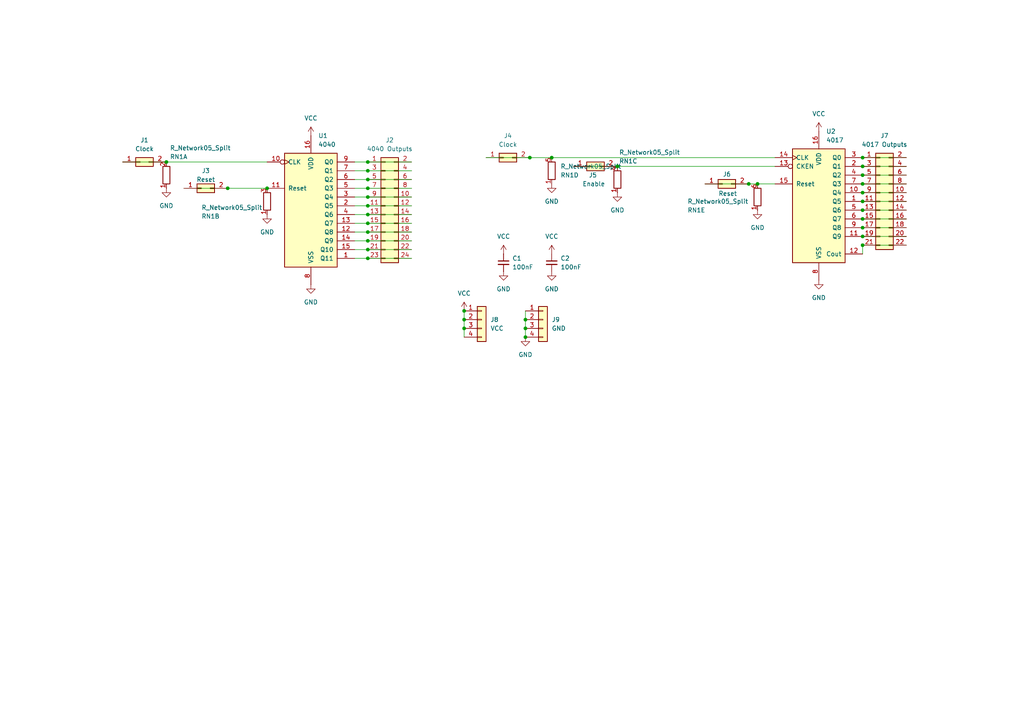
<source format=kicad_sch>
(kicad_sch (version 20250114) (generator "eeschema") (generator_version "9.0")
  (paper "A4")
  (lib_symbols
    (symbol "4xxx:4017" (pin_names (offset 1.016))
      (property "Reference" "U" (at -7.62 16.51 0))
      (property "Value" "4017" (at -7.62 -19.05 0))
      (symbol "4017_1_0"
        (pin input clock (at -12.7 12.7 0) (length 5.08) (name "CLK") (number "14"))
        (pin input inverted (at -12.7 10.16 0) (length 5.08) (name "CKEN") (number "13"))
        (pin input line (at -12.7 5.08 0) (length 5.08) (name "Reset") (number "15"))
        (pin power_in line (at 0 20.32 270) (length 5.08) (name "VDD") (number "16"))
        (pin power_in line (at 0 -22.86 90) (length 5.08) (name "VSS") (number "8"))
        (pin output line (at 12.7 12.7 180) (length 5.08) (name "Q0") (number "3"))
        (pin output line (at 12.7 10.16 180) (length 5.08) (name "Q1") (number "2"))
        (pin output line (at 12.7 7.62 180) (length 5.08) (name "Q2") (number "4"))
        (pin output line (at 12.7 5.08 180) (length 5.08) (name "Q3") (number "7"))
        (pin output line (at 12.7 2.54 180) (length 5.08) (name "Q4") (number "10"))
        (pin output line (at 12.7 0 180) (length 5.08) (name "Q5") (number "1"))
        (pin output line (at 12.7 -2.54 180) (length 5.08) (name "Q6") (number "5"))
        (pin output line (at 12.7 -5.08 180) (length 5.08) (name "Q7") (number "6"))
        (pin output line (at 12.7 -7.62 180) (length 5.08) (name "Q8") (number "9"))
        (pin output line (at 12.7 -10.16 180) (length 5.08) (name "Q9") (number "11"))
        (pin output line (at 12.7 -15.24 180) (length 5.08) (name "Cout") (number "12"))
      )
      (symbol "4017_1_1"
        (rectangle (start -7.62 15.24) (end 7.62 -17.78) (stroke (width 0.254)) (fill (type background)))
      )
    )
    (symbol "4xxx:4040" (pin_names (offset 1.016))
      (property "Reference" "U" (at -7.62 16.51 0))
      (property "Value" "4040" (at -7.62 -19.05 0))
      (symbol "4040_1_0"
        (pin input inverted_clock (at -12.7 12.7 0) (length 5.08) (name "CLK") (number "10"))
        (pin input line (at -12.7 5.08 0) (length 5.08) (name "Reset") (number "11"))
        (pin power_in line (at 0 20.32 270) (length 5.08) (name "VDD") (number "16"))
        (pin power_in line (at 0 -22.86 90) (length 5.08) (name "VSS") (number "8"))
        (pin output line (at 12.7 12.7 180) (length 5.08) (name "Q0") (number "9"))
        (pin output line (at 12.7 10.16 180) (length 5.08) (name "Q1") (number "7"))
        (pin output line (at 12.7 7.62 180) (length 5.08) (name "Q2") (number "6"))
        (pin output line (at 12.7 5.08 180) (length 5.08) (name "Q3") (number "5"))
        (pin output line (at 12.7 2.54 180) (length 5.08) (name "Q4") (number "3"))
        (pin output line (at 12.7 0 180) (length 5.08) (name "Q5") (number "2"))
        (pin output line (at 12.7 -2.54 180) (length 5.08) (name "Q6") (number "4"))
        (pin output line (at 12.7 -5.08 180) (length 5.08) (name "Q7") (number "13"))
        (pin output line (at 12.7 -7.62 180) (length 5.08) (name "Q8") (number "12"))
        (pin output line (at 12.7 -10.16 180) (length 5.08) (name "Q9") (number "14"))
        (pin output line (at 12.7 -12.7 180) (length 5.08) (name "Q10") (number "15"))
        (pin output line (at 12.7 -15.24 180) (length 5.08) (name "Q11") (number "1"))
      )
      (symbol "4040_1_1"
        (rectangle (start -7.62 15.24) (end 7.62 -17.78) (stroke (width 0.254)) (fill (type background)))
      )
    )
    (symbol "Connector_Generic:Conn_01x04" (pin_names (offset 1.016) (hide yes))
      (property "Reference" "J" (at 0 5.08 0))
      (property "Value" "Conn_01x04" (at 0 -7.62 0))
      (symbol "Conn_01x04_1_1"
        (rectangle (start -1.27 3.81) (end 1.27 -6.35) (stroke (width 0.254)) (fill (type background)))
        (rectangle (start -1.27 2.667) (end 0 2.413) (stroke (width 0.1524)))
        (rectangle (start -1.27 0.127) (end 0 -0.127) (stroke (width 0.1524)))
        (rectangle (start -1.27 -2.413) (end 0 -2.667) (stroke (width 0.1524)))
        (rectangle (start -1.27 -4.953) (end 0 -5.207) (stroke (width 0.1524)))
        (pin passive line (at -5.08 2.54 0) (length 3.81) (name "Pin_1") (number "1"))
        (pin passive line (at -5.08 0 0) (length 3.81) (name "Pin_2") (number "2"))
        (pin passive line (at -5.08 -2.54 0) (length 3.81) (name "Pin_3") (number "3"))
        (pin passive line (at -5.08 -5.08 0) (length 3.81) (name "Pin_4") (number "4"))
      )
    )
    (symbol "Connector_Generic:Conn_02x01" (pin_names (offset 1.016) (hide yes))
      (property "Reference" "J" (at 1.27 2.54 0))
      (property "Value" "Conn_02x01" (at 1.27 -2.54 0))
      (symbol "Conn_02x01_1_1"
        (rectangle (start -1.27 1.27) (end 3.81 -1.27) (stroke (width 0.254)) (fill (type background)))
        (rectangle (start -1.27 0.127) (end 0 -0.127) (stroke (width 0.1524)))
        (rectangle (start 3.81 0.127) (end 2.54 -0.127) (stroke (width 0.1524)))
        (pin passive line (at -5.08 0 0) (length 3.81) (name "Pin_1") (number "1"))
        (pin passive line (at 7.62 0 180) (length 3.81) (name "Pin_2") (number "2"))
      )
    )
    (symbol "Connector_Generic:Conn_02x11_Odd_Even" (pin_names (offset 1.016) (hide yes))
      (property "Reference" "J" (at 1.27 15.24 0))
      (property "Value" "Conn_02x11_Odd_Even" (at 1.27 -15.24 0))
      (symbol "Conn_02x11_Odd_Even_1_1"
        (rectangle (start -1.27 13.97) (end 3.81 -13.97) (stroke (width 0.254)) (fill (type background)))
        (rectangle (start -1.27 12.827) (end 0 12.573) (stroke (width 0.1524)))
        (rectangle (start -1.27 10.287) (end 0 10.033) (stroke (width 0.1524)))
        (rectangle (start -1.27 7.747) (end 0 7.493) (stroke (width 0.1524)))
        (rectangle (start -1.27 5.207) (end 0 4.953) (stroke (width 0.1524)))
        (rectangle (start -1.27 2.667) (end 0 2.413) (stroke (width 0.1524)))
        (rectangle (start -1.27 0.127) (end 0 -0.127) (stroke (width 0.1524)))
        (rectangle (start -1.27 -2.413) (end 0 -2.667) (stroke (width 0.1524)))
        (rectangle (start -1.27 -4.953) (end 0 -5.207) (stroke (width 0.1524)))
        (rectangle (start -1.27 -7.493) (end 0 -7.747) (stroke (width 0.1524)))
        (rectangle (start -1.27 -10.033) (end 0 -10.287) (stroke (width 0.1524)))
        (rectangle (start -1.27 -12.573) (end 0 -12.827) (stroke (width 0.1524)))
        (rectangle (start 3.81 12.827) (end 2.54 12.573) (stroke (width 0.1524)))
        (rectangle (start 3.81 10.287) (end 2.54 10.033) (stroke (width 0.1524)))
        (rectangle (start 3.81 7.747) (end 2.54 7.493) (stroke (width 0.1524)))
        (rectangle (start 3.81 5.207) (end 2.54 4.953) (stroke (width 0.1524)))
        (rectangle (start 3.81 2.667) (end 2.54 2.413) (stroke (width 0.1524)))
        (rectangle (start 3.81 0.127) (end 2.54 -0.127) (stroke (width 0.1524)))
        (rectangle (start 3.81 -2.413) (end 2.54 -2.667) (stroke (width 0.1524)))
        (rectangle (start 3.81 -4.953) (end 2.54 -5.207) (stroke (width 0.1524)))
        (rectangle (start 3.81 -7.493) (end 2.54 -7.747) (stroke (width 0.1524)))
        (rectangle (start 3.81 -10.033) (end 2.54 -10.287) (stroke (width 0.1524)))
        (rectangle (start 3.81 -12.573) (end 2.54 -12.827) (stroke (width 0.1524)))
        (pin passive line (at -5.08 12.7 0) (length 3.81) (name "Pin_1") (number "1"))
        (pin passive line (at -5.08 10.16 0) (length 3.81) (name "Pin_3") (number "3"))
        (pin passive line (at -5.08 7.62 0) (length 3.81) (name "Pin_5") (number "5"))
        (pin passive line (at -5.08 5.08 0) (length 3.81) (name "Pin_7") (number "7"))
        (pin passive line (at -5.08 2.54 0) (length 3.81) (name "Pin_9") (number "9"))
        (pin passive line (at -5.08 0 0) (length 3.81) (name "Pin_11") (number "11"))
        (pin passive line (at -5.08 -2.54 0) (length 3.81) (name "Pin_13") (number "13"))
        (pin passive line (at -5.08 -5.08 0) (length 3.81) (name "Pin_15") (number "15"))
        (pin passive line (at -5.08 -7.62 0) (length 3.81) (name "Pin_17") (number "17"))
        (pin passive line (at -5.08 -10.16 0) (length 3.81) (name "Pin_19") (number "19"))
        (pin passive line (at -5.08 -12.7 0) (length 3.81) (name "Pin_21") (number "21"))
        (pin passive line (at 7.62 12.7 180) (length 3.81) (name "Pin_2") (number "2"))
        (pin passive line (at 7.62 10.16 180) (length 3.81) (name "Pin_4") (number "4"))
        (pin passive line (at 7.62 7.62 180) (length 3.81) (name "Pin_6") (number "6"))
        (pin passive line (at 7.62 5.08 180) (length 3.81) (name "Pin_8") (number "8"))
        (pin passive line (at 7.62 2.54 180) (length 3.81) (name "Pin_10") (number "10"))
        (pin passive line (at 7.62 0 180) (length 3.81) (name "Pin_12") (number "12"))
        (pin passive line (at 7.62 -2.54 180) (length 3.81) (name "Pin_14") (number "14"))
        (pin passive line (at 7.62 -5.08 180) (length 3.81) (name "Pin_16") (number "16"))
        (pin passive line (at 7.62 -7.62 180) (length 3.81) (name "Pin_18") (number "18"))
        (pin passive line (at 7.62 -10.16 180) (length 3.81) (name "Pin_20") (number "20"))
        (pin passive line (at 7.62 -12.7 180) (length 3.81) (name "Pin_22") (number "22"))
      )
    )
    (symbol "Connector_Generic:Conn_02x12_Odd_Even" (pin_names (offset 1.016) (hide yes))
      (property "Reference" "J" (at 1.27 15.24 0))
      (property "Value" "Conn_02x12_Odd_Even" (at 1.27 -17.78 0))
      (symbol "Conn_02x12_Odd_Even_1_1"
        (rectangle (start -1.27 13.97) (end 3.81 -16.51) (stroke (width 0.254)) (fill (type background)))
        (rectangle (start -1.27 12.827) (end 0 12.573) (stroke (width 0.1524)))
        (rectangle (start -1.27 10.287) (end 0 10.033) (stroke (width 0.1524)))
        (rectangle (start -1.27 7.747) (end 0 7.493) (stroke (width 0.1524)))
        (rectangle (start -1.27 5.207) (end 0 4.953) (stroke (width 0.1524)))
        (rectangle (start -1.27 2.667) (end 0 2.413) (stroke (width 0.1524)))
        (rectangle (start -1.27 0.127) (end 0 -0.127) (stroke (width 0.1524)))
        (rectangle (start -1.27 -2.413) (end 0 -2.667) (stroke (width 0.1524)))
        (rectangle (start -1.27 -4.953) (end 0 -5.207) (stroke (width 0.1524)))
        (rectangle (start -1.27 -7.493) (end 0 -7.747) (stroke (width 0.1524)))
        (rectangle (start -1.27 -10.033) (end 0 -10.287) (stroke (width 0.1524)))
        (rectangle (start -1.27 -12.573) (end 0 -12.827) (stroke (width 0.1524)))
        (rectangle (start -1.27 -15.113) (end 0 -15.367) (stroke (width 0.1524)))
        (rectangle (start 3.81 12.827) (end 2.54 12.573) (stroke (width 0.1524)))
        (rectangle (start 3.81 10.287) (end 2.54 10.033) (stroke (width 0.1524)))
        (rectangle (start 3.81 7.747) (end 2.54 7.493) (stroke (width 0.1524)))
        (rectangle (start 3.81 5.207) (end 2.54 4.953) (stroke (width 0.1524)))
        (rectangle (start 3.81 2.667) (end 2.54 2.413) (stroke (width 0.1524)))
        (rectangle (start 3.81 0.127) (end 2.54 -0.127) (stroke (width 0.1524)))
        (rectangle (start 3.81 -2.413) (end 2.54 -2.667) (stroke (width 0.1524)))
        (rectangle (start 3.81 -4.953) (end 2.54 -5.207) (stroke (width 0.1524)))
        (rectangle (start 3.81 -7.493) (end 2.54 -7.747) (stroke (width 0.1524)))
        (rectangle (start 3.81 -10.033) (end 2.54 -10.287) (stroke (width 0.1524)))
        (rectangle (start 3.81 -12.573) (end 2.54 -12.827) (stroke (width 0.1524)))
        (rectangle (start 3.81 -15.113) (end 2.54 -15.367) (stroke (width 0.1524)))
        (pin passive line (at -5.08 12.7 0) (length 3.81) (name "Pin_1") (number "1"))
        (pin passive line (at -5.08 10.16 0) (length 3.81) (name "Pin_3") (number "3"))
        (pin passive line (at -5.08 7.62 0) (length 3.81) (name "Pin_5") (number "5"))
        (pin passive line (at -5.08 5.08 0) (length 3.81) (name "Pin_7") (number "7"))
        (pin passive line (at -5.08 2.54 0) (length 3.81) (name "Pin_9") (number "9"))
        (pin passive line (at -5.08 0 0) (length 3.81) (name "Pin_11") (number "11"))
        (pin passive line (at -5.08 -2.54 0) (length 3.81) (name "Pin_13") (number "13"))
        (pin passive line (at -5.08 -5.08 0) (length 3.81) (name "Pin_15") (number "15"))
        (pin passive line (at -5.08 -7.62 0) (length 3.81) (name "Pin_17") (number "17"))
        (pin passive line (at -5.08 -10.16 0) (length 3.81) (name "Pin_19") (number "19"))
        (pin passive line (at -5.08 -12.7 0) (length 3.81) (name "Pin_21") (number "21"))
        (pin passive line (at -5.08 -15.24 0) (length 3.81) (name "Pin_23") (number "23"))
        (pin passive line (at 7.62 12.7 180) (length 3.81) (name "Pin_2") (number "2"))
        (pin passive line (at 7.62 10.16 180) (length 3.81) (name "Pin_4") (number "4"))
        (pin passive line (at 7.62 7.62 180) (length 3.81) (name "Pin_6") (number "6"))
        (pin passive line (at 7.62 5.08 180) (length 3.81) (name "Pin_8") (number "8"))
        (pin passive line (at 7.62 2.54 180) (length 3.81) (name "Pin_10") (number "10"))
        (pin passive line (at 7.62 0 180) (length 3.81) (name "Pin_12") (number "12"))
        (pin passive line (at 7.62 -2.54 180) (length 3.81) (name "Pin_14") (number "14"))
        (pin passive line (at 7.62 -5.08 180) (length 3.81) (name "Pin_16") (number "16"))
        (pin passive line (at 7.62 -7.62 180) (length 3.81) (name "Pin_18") (number "18"))
        (pin passive line (at 7.62 -10.16 180) (length 3.81) (name "Pin_20") (number "20"))
        (pin passive line (at 7.62 -12.7 180) (length 3.81) (name "Pin_22") (number "22"))
        (pin passive line (at 7.62 -15.24 180) (length 3.81) (name "Pin_24") (number "24"))
      )
    )
    (symbol "Device:C_Small" (pin_numbers (hide yes)) (pin_names (offset 0.254) (hide yes))
      (property "Reference" "C" (at 0.254 1.778 0))
      (property "Value" "C_Small" (at 0.254 -2.032 0))
      (symbol "C_Small_0_1"
        (polyline (pts (xy -1.524 0.508) (xy 1.524 0.508)) (stroke (width 0.3048)))
        (polyline (pts (xy -1.524 -0.508) (xy 1.524 -0.508)) (stroke (width 0.3302)))
      )
      (symbol "C_Small_1_1"
        (pin passive line (at 0 2.54 270) (length 2.032) (name "~") (number "1"))
        (pin passive line (at 0 -2.54 90) (length 2.032) (name "~") (number "2"))
      )
    )
    (symbol "Device:R_Network05_Split" (pin_names (offset 0) (hide yes))
      (property "Reference" "RN" (at 2.032 0 90))
      (property "Value" "R_Network05_Split" (at 0 0 90))
      (symbol "R_Network05_Split_0_1"
        (rectangle (start 1.016 2.54) (end -1.016 -2.54) (stroke (width 0.254)))
        (pin passive line (at 0 3.81 270) (length 1.27) (name "R1") (number "1"))
      )
      (symbol "R_Network05_Split_1_1"
        (pin passive line (at 0 -3.81 90) (length 1.27) (name "R1.2") (number "2"))
      )
      (symbol "R_Network05_Split_2_1"
        (pin passive line (at 0 -3.81 90) (length 1.27) (name "R2.2") (number "3"))
      )
      (symbol "R_Network05_Split_3_1"
        (pin passive line (at 0 -3.81 90) (length 1.27) (name "R3.2") (number "4"))
      )
      (symbol "R_Network05_Split_4_1"
        (pin passive line (at 0 -3.81 90) (length 1.27) (name "R4.2") (number "5"))
      )
      (symbol "R_Network05_Split_5_1"
        (pin passive line (at 0 -3.81 90) (length 1.27) (name "R5.2") (number "6"))
      )
    )
    (symbol "power:GND" (power) (pin_numbers (hide yes)) (pin_names (offset 0) (hide yes))
      (property "Value" "GND" (at 0 -3.81 0))
      (symbol "GND_0_1"
        (polyline (pts (xy 0 0) (xy 0 -1.27) (xy 1.27 -1.27) (xy 0 -2.54) (xy -1.27 -1.27) (xy 0 -1.27)))
      )
      (symbol "GND_1_1"
        (pin power_in line (at 0 0 270) (length 0) (name "~") (number "1"))
      )
    )
    (symbol "power:VCC" (power) (pin_numbers (hide yes)) (pin_names (offset 0) (hide yes))
      (property "Value" "VCC" (at 0 3.556 0))
      (symbol "VCC_0_1"
        (polyline (pts (xy -0.762 1.27) (xy 0 2.54)))
        (polyline (pts (xy 0 2.54) (xy 0.762 1.27)))
        (polyline (pts (xy 0 0) (xy 0 2.54)))
      )
      (symbol "VCC_1_1"
        (pin power_in line (at 0 0 90) (length 0) (name "~") (number "1"))
      )
    )
  )
  (junction (at 48.26 46.99))
  (junction (at 153.67 45.72))
  (junction (at 106.68 67.31))
  (junction (at 152.4 97.79))
  (junction (at 106.68 62.23))
  (junction (at 106.68 46.99))
  (junction (at 106.68 54.61))
  (junction (at 152.4 92.71))
  (junction (at 250.19 68.58))
  (junction (at 219.71 53.34))
  (junction (at 66.04 54.61))
  (junction (at 250.19 53.34))
  (junction (at 250.19 55.88))
  (junction (at 160.02 45.72))
  (junction (at 152.4 95.25))
  (junction (at 250.19 48.26))
  (junction (at 134.62 95.25))
  (junction (at 250.19 71.12))
  (junction (at 134.62 92.71))
  (junction (at 217.17 53.34))
  (junction (at 250.19 60.96))
  (junction (at 250.19 58.42))
  (junction (at 106.68 72.39))
  (junction (at 134.62 90.17))
  (junction (at 106.68 74.93))
  (junction (at 250.19 63.5))
  (junction (at 106.68 69.85))
  (junction (at 106.68 64.77))
  (junction (at 106.68 57.15))
  (junction (at 179.07 48.26))
  (junction (at 77.47 54.61))
  (junction (at 106.68 52.07))
  (junction (at 106.68 59.69))
  (junction (at 250.19 50.8))
  (junction (at 250.19 45.72))
  (junction (at 106.68 49.53))
  (junction (at 250.19 66.04))
  (wire (pts (xy 102.87 59.69) (xy 106.68 59.69)))
  (wire (pts (xy 102.87 74.93) (xy 106.68 74.93)))
  (wire (pts (xy 250.19 63.5) (xy 262.89 63.5)))
  (wire (pts (xy 106.68 62.23) (xy 119.38 62.23)))
  (wire (pts (xy 106.68 54.61) (xy 119.38 54.61)))
  (wire (pts (xy 250.19 48.26) (xy 262.89 48.26)))
  (wire (pts (xy 250.19 50.8) (xy 262.89 50.8)))
  (wire (pts (xy 35.56 46.99) (xy 48.26 46.99)))
  (wire (pts (xy 250.19 71.12) (xy 250.19 73.66)))
  (wire (pts (xy 106.68 52.07) (xy 119.38 52.07)))
  (wire (pts (xy 250.19 60.96) (xy 262.89 60.96)))
  (wire (pts (xy 250.19 68.58) (xy 262.89 68.58)))
  (wire (pts (xy 217.17 53.34) (xy 219.71 53.34)))
  (wire (pts (xy 204.47 53.34) (xy 217.17 53.34)))
  (wire (pts (xy 160.02 45.72) (xy 224.79 45.72)))
  (wire (pts (xy 134.62 90.17) (xy 134.62 92.71)))
  (wire (pts (xy 102.87 62.23) (xy 106.68 62.23)))
  (wire (pts (xy 152.4 90.17) (xy 152.4 92.71)))
  (wire (pts (xy 106.68 46.99) (xy 119.38 46.99)))
  (wire (pts (xy 250.19 53.34) (xy 262.89 53.34)))
  (wire (pts (xy 140.97 45.72) (xy 153.67 45.72)))
  (wire (pts (xy 250.19 66.04) (xy 262.89 66.04)))
  (wire (pts (xy 106.68 69.85) (xy 119.38 69.85)))
  (wire (pts (xy 48.26 46.99) (xy 77.47 46.99)))
  (wire (pts (xy 106.68 59.69) (xy 119.38 59.69)))
  (wire (pts (xy 153.67 45.72) (xy 160.02 45.72)))
  (wire (pts (xy 250.19 58.42) (xy 262.89 58.42)))
  (wire (pts (xy 102.87 54.61) (xy 106.68 54.61)))
  (wire (pts (xy 106.68 57.15) (xy 119.38 57.15)))
  (wire (pts (xy 250.19 45.72) (xy 262.89 45.72)))
  (wire (pts (xy 102.87 64.77) (xy 106.68 64.77)))
  (wire (pts (xy 102.87 52.07) (xy 106.68 52.07)))
  (wire (pts (xy 102.87 67.31) (xy 106.68 67.31)))
  (wire (pts (xy 102.87 46.99) (xy 106.68 46.99)))
  (wire (pts (xy 102.87 72.39) (xy 106.68 72.39)))
  (wire (pts (xy 106.68 72.39) (xy 119.38 72.39)))
  (wire (pts (xy 219.71 53.34) (xy 224.79 53.34)))
  (wire (pts (xy 166.37 48.26) (xy 179.07 48.26)))
  (wire (pts (xy 152.4 92.71) (xy 152.4 95.25)))
  (wire (pts (xy 134.62 92.71) (xy 134.62 95.25)))
  (wire (pts (xy 179.07 48.26) (xy 224.79 48.26)))
  (wire (pts (xy 250.19 71.12) (xy 262.89 71.12)))
  (wire (pts (xy 106.68 64.77) (xy 119.38 64.77)))
  (wire (pts (xy 106.68 49.53) (xy 119.38 49.53)))
  (wire (pts (xy 102.87 57.15) (xy 106.68 57.15)))
  (wire (pts (xy 66.04 54.61) (xy 77.47 54.61)))
  (wire (pts (xy 106.68 74.93) (xy 119.38 74.93)))
  (wire (pts (xy 53.34 54.61) (xy 66.04 54.61)))
  (wire (pts (xy 106.68 67.31) (xy 119.38 67.31)))
  (wire (pts (xy 152.4 95.25) (xy 152.4 97.79)))
  (wire (pts (xy 250.19 55.88) (xy 262.89 55.88)))
  (wire (pts (xy 102.87 69.85) (xy 106.68 69.85)))
  (wire (pts (xy 134.62 95.25) (xy 134.62 97.79)))
  (wire (pts (xy 102.87 49.53) (xy 106.68 49.53)))
  (symbol (lib_id "power:VCC") (at 90.17 39.37 0) (unit 1)
    (property "Reference" "#PWR08" (effects (hide yes)))
    (property "Value" "VCC" (at 90.17 34.29 0))
    (property "Description" "Power symbol creates a global label with name \"VCC\"" (effects (hide yes)))
  )
  (symbol (lib_id "Connector_Generic:Conn_02x01") (at 171.45 48.26 0) (unit 1)
    (property "Reference" "J5" (at 171.958 50.8 0))
    (property "Value" "Enable" (at 172.212 53.34 0))
    (property "Footprint" "Connector_PinHeader_2.54mm:PinHeader_2x01_P2.54mm_Vertical" (effects (hide yes)))
    (property "Description" "Generic connector, double row, 02x01, this symbol is compatible with counter-clockwise, top-bottom and odd-even numbering schemes., script generated (kicad-library-utils/schlib/autogen/connector/)" (effects (hide yes)))
  )
  (symbol (lib_id "Device:R_Network05_Split") (at 160.02 49.53 0) (mirror x) (unit 4)
    (property "Reference" "RN1" (at 162.56 50.8001 0) (effects (justify left)))
    (property "Value" "R_Network05_Split" (at 162.56 48.2601 0) (effects (justify left)))
    (property "Footprint" "Resistor_THT:R_Array_SIP6" (effects (hide yes)))
    (property "Datasheet" "http://www.vishay.com/docs/31509/csc.pdf" (effects (hide yes)))
    (property "Description" "5 resistor network, star topology, bussed resistors, split" (effects (hide yes)))
  )
  (symbol (lib_id "power:VCC") (at 237.49 38.1 0) (unit 1)
    (property "Reference" "#PWR09" (effects (hide yes)))
    (property "Value" "VCC" (at 237.49 33.02 0))
    (property "Description" "Power symbol creates a global label with name \"VCC\"" (effects (hide yes)))
  )
  (symbol (lib_id "Connector_Generic:Conn_02x01") (at 146.05 45.72 0) (unit 1)
    (property "Reference" "J4" (at 147.32 39.37 0))
    (property "Value" "Clock" (at 147.32 41.91 0))
    (property "Footprint" "Connector_PinHeader_2.54mm:PinHeader_2x01_P2.54mm_Vertical" (effects (hide yes)))
    (property "Description" "Generic connector, double row, 02x01, this symbol is compatible with counter-clockwise, top-bottom and odd-even numbering schemes., script generated (kicad-library-utils/schlib/autogen/connector/)" (effects (hide yes)))
  )
  (symbol (lib_id "Connector_Generic:Conn_02x11_Odd_Even") (at 255.27 58.42 0) (unit 1)
    (property "Reference" "J7" (at 256.54 39.37 0))
    (property "Value" "4017 Outputs" (at 256.54 41.91 0))
    (property "Footprint" "Connector_PinHeader_2.54mm:PinHeader_2x11_P2.54mm_Vertical" (effects (hide yes)))
    (property "Description" "Generic connector, double row, 02x11, odd/even pin numbering scheme (row 1 odd numbers, row 2 even numbers), script generated (kicad-library-utils/schlib/autogen/connector/)" (effects (hide yes)))
  )
  (symbol (lib_id "power:GND") (at 237.49 81.28 0) (unit 1)
    (property "Reference" "#PWR07" (effects (hide yes)))
    (property "Value" "GND" (at 237.49 86.36 0))
    (property "Description" "Power symbol creates a global label with name \"GND\" , ground" (effects (hide yes)))
  )
  (symbol (lib_id "power:GND") (at 77.47 62.23 0) (unit 1)
    (property "Reference" "#PWR04" (effects (hide yes)))
    (property "Value" "GND" (at 77.47 67.31 0))
    (property "Description" "Power symbol creates a global label with name \"GND\" , ground" (effects (hide yes)))
  )
  (symbol (lib_id "power:GND") (at 90.17 82.55 0) (unit 1)
    (property "Reference" "#PWR06" (effects (hide yes)))
    (property "Value" "GND" (at 90.17 87.63 0))
    (property "Description" "Power symbol creates a global label with name \"GND\" , ground" (effects (hide yes)))
  )
  (symbol (lib_id "Connector_Generic:Conn_01x04") (at 157.48 92.71 0) (unit 1)
    (property "Reference" "J9" (at 160.02 92.7099 0) (effects (justify left)))
    (property "Value" "GND" (at 160.02 95.2499 0) (effects (justify left)))
    (property "Footprint" "Connector_PinHeader_2.54mm:PinHeader_1x04_P2.54mm_Vertical" (effects (hide yes)))
    (property "Description" "Generic connector, single row, 01x04, script generated (kicad-library-utils/schlib/autogen/connector/)" (effects (hide yes)))
  )
  (symbol (lib_id "Device:R_Network05_Split") (at 179.07 52.07 0) (mirror x) (unit 3)
    (property "Reference" "RN1" (at 179.578 46.736 0) (effects (justify left)))
    (property "Value" "R_Network05_Split" (at 179.578 44.196 0) (effects (justify left)))
    (property "Footprint" "Resistor_THT:R_Array_SIP6" (effects (hide yes)))
    (property "Datasheet" "http://www.vishay.com/docs/31509/csc.pdf" (effects (hide yes)))
    (property "Description" "5 resistor network, star topology, bussed resistors, split" (effects (hide yes)))
  )
  (symbol (lib_id "Connector_Generic:Conn_02x12_Odd_Even") (at 111.76 59.69 0) (unit 1)
    (property "Reference" "J2" (at 113.03 40.64 0))
    (property "Value" "4040 Outputs" (at 113.03 43.18 0))
    (property "Footprint" "Connector_PinHeader_2.54mm:PinHeader_2x12_P2.54mm_Vertical" (effects (hide yes)))
    (property "Description" "Generic connector, double row, 02x12, odd/even pin numbering scheme (row 1 odd numbers, row 2 even numbers), script generated (kicad-library-utils/schlib/autogen/connector/)" (effects (hide yes)))
  )
  (symbol (lib_id "power:VCC") (at 146.05 73.66 0) (unit 1)
    (property "Reference" "#PWR010" (effects (hide yes)))
    (property "Value" "VCC" (at 146.05 68.58 0))
    (property "Description" "Power symbol creates a global label with name \"VCC\"" (effects (hide yes)))
  )
  (symbol (lib_id "Device:R_Network05_Split") (at 219.71 57.15 0) (mirror x) (unit 5)
    (property "Reference" "RN1" (at 199.39 60.96 0) (effects (justify left)))
    (property "Value" "R_Network05_Split" (at 199.39 58.42 0) (effects (justify left)))
    (property "Footprint" "Resistor_THT:R_Array_SIP6" (effects (hide yes)))
    (property "Datasheet" "http://www.vishay.com/docs/31509/csc.pdf" (effects (hide yes)))
    (property "Description" "5 resistor network, star topology, bussed resistors, split" (effects (hide yes)))
  )
  (symbol (lib_id "power:GND") (at 160.02 78.74 0) (unit 1)
    (property "Reference" "#PWR013" (effects (hide yes)))
    (property "Value" "GND" (at 160.02 83.82 0))
    (property "Description" "Power symbol creates a global label with name \"GND\" , ground" (effects (hide yes)))
  )
  (symbol (lib_id "power:GND") (at 152.4 97.79 0) (unit 1)
    (property "Reference" "#PWR015" (effects (hide yes)))
    (property "Value" "GND" (at 152.4 102.87 0))
    (property "Description" "Power symbol creates a global label with name \"GND\" , ground" (effects (hide yes)))
  )
  (symbol (lib_id "Connector_Generic:Conn_02x01") (at 58.42 54.61 0) (unit 1)
    (property "Reference" "J3" (at 59.69 49.53 0))
    (property "Value" "Reset" (at 59.69 52.07 0))
    (property "Footprint" "Connector_PinHeader_2.54mm:PinHeader_2x01_P2.54mm_Vertical" (effects (hide yes)))
    (property "Description" "Generic connector, double row, 02x01, this symbol is compatible with counter-clockwise, top-bottom and odd-even numbering schemes., script generated (kicad-library-utils/schlib/autogen/connector/)" (effects (hide yes)))
  )
  (symbol (lib_id "power:GND") (at 219.71 60.96 0) (unit 1)
    (property "Reference" "#PWR03" (effects (hide yes)))
    (property "Value" "GND" (at 219.71 66.04 0))
    (property "Description" "Power symbol creates a global label with name \"GND\" , ground" (effects (hide yes)))
  )
  (symbol (lib_id "4xxx:4040") (at 90.17 59.69 0) (unit 1)
    (property "Reference" "U1" (at 92.3133 39.37 0) (effects (justify left)))
    (property "Value" "4040" (at 92.3133 41.91 0) (effects (justify left)))
    (property "Footprint" "Package_DIP:DIP-16_W7.62mm" (effects (hide yes)))
    (property "Datasheet" "http://www.intersil.com/content/dam/Intersil/documents/cd40/cd4020bms-24bms-40bms.pdf" (effects (hide yes)))
    (property "Description" "Binary Counter 12 stages (Asynchronous)" (effects (hide yes)))
  )
  (symbol (lib_id "power:VCC") (at 134.62 90.17 0) (unit 1)
    (property "Reference" "#PWR014" (effects (hide yes)))
    (property "Value" "VCC" (at 134.62 85.09 0))
    (property "Description" "Power symbol creates a global label with name \"VCC\"" (effects (hide yes)))
  )
  (symbol (lib_id "power:VCC") (at 160.02 73.66 0) (unit 1)
    (property "Reference" "#PWR012" (effects (hide yes)))
    (property "Value" "VCC" (at 160.02 68.58 0))
    (property "Description" "Power symbol creates a global label with name \"VCC\"" (effects (hide yes)))
  )
  (symbol (lib_id "Device:R_Network05_Split") (at 48.26 50.8 0) (mirror x) (unit 1)
    (property "Reference" "RN1" (at 49.276 45.466 0) (effects (justify left)))
    (property "Value" "R_Network05_Split" (at 49.276 42.926 0) (effects (justify left)))
    (property "Footprint" "Resistor_THT:R_Array_SIP6" (effects (hide yes)))
    (property "Datasheet" "http://www.vishay.com/docs/31509/csc.pdf" (effects (hide yes)))
    (property "Description" "5 resistor network, star topology, bussed resistors, split" (effects (hide yes)))
  )
  (symbol (lib_id "Device:R_Network05_Split") (at 77.47 58.42 0) (mirror x) (unit 2)
    (property "Reference" "RN1" (at 58.42 62.738 0) (effects (justify left)))
    (property "Value" "R_Network05_Split" (at 58.42 60.198 0) (effects (justify left)))
    (property "Footprint" "Resistor_THT:R_Array_SIP6" (effects (hide yes)))
    (property "Datasheet" "http://www.vishay.com/docs/31509/csc.pdf" (effects (hide yes)))
    (property "Description" "5 resistor network, star topology, bussed resistors, split" (effects (hide yes)))
  )
  (symbol (lib_id "power:GND") (at 146.05 78.74 0) (unit 1)
    (property "Reference" "#PWR011" (effects (hide yes)))
    (property "Value" "GND" (at 146.05 83.82 0))
    (property "Description" "Power symbol creates a global label with name \"GND\" , ground" (effects (hide yes)))
  )
  (symbol (lib_id "Connector_Generic:Conn_02x01") (at 209.55 53.34 0) (unit 1)
    (property "Reference" "J6" (at 210.82 50.546 0))
    (property "Value" "Reset" (at 211.074 56.134 0))
    (property "Footprint" "Connector_PinHeader_2.54mm:PinHeader_2x01_P2.54mm_Vertical" (effects (hide yes)))
    (property "Description" "Generic connector, double row, 02x01, this symbol is compatible with counter-clockwise, top-bottom and odd-even numbering schemes., script generated (kicad-library-utils/schlib/autogen/connector/)" (effects (hide yes)))
  )
  (symbol (lib_id "Device:C_Small") (at 160.02 76.2 0) (unit 1)
    (property "Reference" "C2" (at 162.56 74.9362 0) (effects (justify left)))
    (property "Value" "100nF" (at 162.56 77.4762 0) (effects (justify left)))
    (property "Footprint" "Capacitor_THT:C_Disc_D3.0mm_W1.6mm_P2.50mm" (effects (hide yes)))
    (property "Description" "Unpolarized capacitor, small symbol" (effects (hide yes)))
  )
  (symbol (lib_id "power:GND") (at 179.07 55.88 0) (unit 1)
    (property "Reference" "#PWR02" (effects (hide yes)))
    (property "Value" "GND" (at 179.07 60.96 0))
    (property "Description" "Power symbol creates a global label with name \"GND\" , ground" (effects (hide yes)))
  )
  (symbol (lib_id "power:GND") (at 48.26 54.61 0) (unit 1)
    (property "Reference" "#PWR05" (effects (hide yes)))
    (property "Value" "GND" (at 48.26 59.69 0))
    (property "Description" "Power symbol creates a global label with name \"GND\" , ground" (effects (hide yes)))
  )
  (symbol (lib_id "power:GND") (at 160.02 53.34 0) (unit 1)
    (property "Reference" "#PWR01" (effects (hide yes)))
    (property "Value" "GND" (at 160.02 58.42 0))
    (property "Description" "Power symbol creates a global label with name \"GND\" , ground" (effects (hide yes)))
  )
  (symbol (lib_id "Connector_Generic:Conn_02x01") (at 40.64 46.99 0) (unit 1)
    (property "Reference" "J1" (at 41.91 40.64 0))
    (property "Value" "Clock" (at 41.91 43.18 0))
    (property "Footprint" "Connector_PinHeader_2.54mm:PinHeader_2x01_P2.54mm_Vertical" (effects (hide yes)))
    (property "Description" "Generic connector, double row, 02x01, this symbol is compatible with counter-clockwise, top-bottom and odd-even numbering schemes., script generated (kicad-library-utils/schlib/autogen/connector/)" (effects (hide yes)))
  )
  (symbol (lib_id "Device:C_Small") (at 146.05 76.2 0) (unit 1)
    (property "Reference" "C1" (at 148.59 74.9362 0) (effects (justify left)))
    (property "Value" "100nF" (at 148.59 77.4762 0) (effects (justify left)))
    (property "Footprint" "Capacitor_THT:C_Disc_D3.0mm_W1.6mm_P2.50mm" (effects (hide yes)))
    (property "Description" "Unpolarized capacitor, small symbol" (effects (hide yes)))
  )
  (symbol (lib_id "Connector_Generic:Conn_01x04") (at 139.7 92.71 0) (unit 1)
    (property "Reference" "J8" (at 142.24 92.7099 0) (effects (justify left)))
    (property "Value" "VCC" (at 142.24 95.2499 0) (effects (justify left)))
    (property "Footprint" "Connector_PinHeader_2.54mm:PinHeader_1x04_P2.54mm_Vertical" (effects (hide yes)))
    (property "Description" "Generic connector, single row, 01x04, script generated (kicad-library-utils/schlib/autogen/connector/)" (effects (hide yes)))
  )
  (symbol (lib_id "4xxx:4017") (at 237.49 58.42 0) (unit 1)
    (property "Reference" "U2" (at 239.6333 38.1 0) (effects (justify left)))
    (property "Value" "4017" (at 239.6333 40.64 0) (effects (justify left)))
    (property "Footprint" "Package_DIP:DIP-16_W7.62mm" (effects (hide yes)))
    (property "Datasheet" "http://www.intersil.com/content/dam/Intersil/documents/cd40/cd4017bms-22bms.pdf" (effects (hide yes)))
    (property "Description" "Johnson Counter ( 10 outputs )" (effects (hide yes)))
  )
)
</source>
